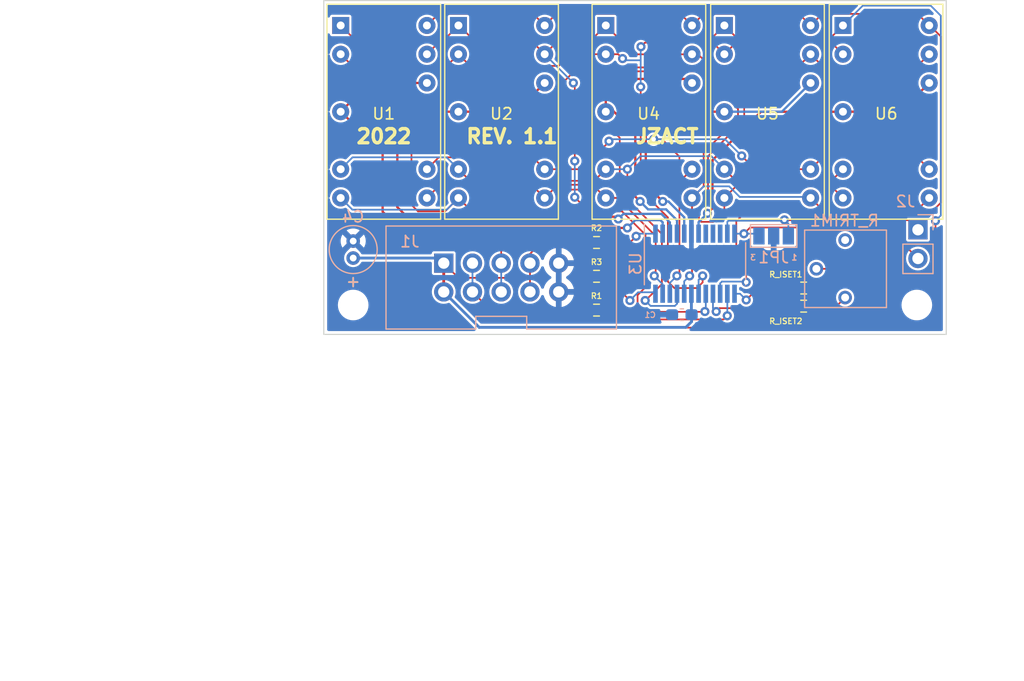
<source format=kicad_pcb>
(kicad_pcb (version 20211014) (generator pcbnew)
  (title_block (title "Display PS Board") (date "2022-07-30") (rev "1.1") (company "Zachary Tigchelaar"))
  (layers (0 "F.Cu" signal) (31 "B.Cu" signal) (34 "B.Paste" user) (35 "F.Paste" user) (36 "B.SilkS" user "B.Silkscreen") (37 "F.SilkS" user "F.Silkscreen") (38 "B.Mask" user) (39 "F.Mask" user) (44 "Edge.Cuts" user))
  (net 0 "")
  (net 1 "/A")
  (net 2 "/F")
  (net 3 "/V_1")
  (net 4 "/DP")
  (net 5 "GND")
  (net 6 "/E")
  (net 7 "/D")
  (net 8 "+5VD")
  (net 9 "/C")
  (net 10 "/G")
  (net 11 "/B")
  (net 12 "/V_2")
  (net 13 "Net-(J1-Pad7)")
  (net 14 "/A_3")
  (net 15 "/A_2")
  (net 16 "/A_1")
  (net 19 "Net-(J1-Pad5)")
  (net 20 "Net-(J1-Pad3)")
  (net 21 "Net-(R_ISET1-Pad1)")
  (net 22 "Net-(R_ISET1-Pad2)")
  (net 25 "Net-(J2-Pad1)")
  (net 26 "Net-(J2-Pad2)")
  (footprint "Resistor_SMD:R_0603_1608Metric_Pad0.98x0.95mm_HandSolder" (layer "F.Cu") (at 122.4 75.4 180)
    (fp_text reference "R_ISET2" (at 1.575 -2.925) (layer "F.SilkS") (effects (font (size 0.5 0.5) (thickness 0.1))))
    (fp_text value "47k")
    (pad "1" smd roundrect (at -0.9125 0 180) (size 0.975 0.95) (layers "F.Cu" "F.Paste" "F.Mask") (net 21 "Net-(R_ISET1-Pad1)"))
    (pad "2" smd roundrect (at 0.9125 0 180) (size 0.975 0.95) (layers "F.Cu" "F.Paste" "F.Mask") (net 22 "Net-(R_ISET1-Pad2)"))
  )
  (footprint "MountingHole:MountingHole_2.2mm_M2" (layer "F.Cu") (at 132.4 76.9)
    (fp_text reference "M3" hide)
    (fp_text value "MountingHole_2.2mm_M2")
    (pad "" np_thru_hole circle (at 0 0) (size 2.2 2.2) (drill 2.2) (layers *.Cu *.Mask))
  )
  (footprint "Resistor_SMD:R_0603_1608Metric_Pad0.98x0.95mm_HandSolder" (layer "F.Cu") (at 122.4 77 180)
    (fp_text reference "R_ISET1" (at 1.575 2.8) (layer "F.SilkS") (effects (font (size 0.5 0.5) (thickness 0.1))))
    (fp_text value "47k")
    (pad "1" smd roundrect (at -0.9125 0 180) (size 0.975 0.95) (layers "F.Cu" "F.Paste" "F.Mask") (net 21 "Net-(R_ISET1-Pad1)"))
    (pad "2" smd roundrect (at 0.9125 0 180) (size 0.975 0.95) (layers "F.Cu" "F.Paste" "F.Mask") (net 22 "Net-(R_ISET1-Pad2)"))
  )
  (footprint "personal:MAN74A" (layer "F.Cu") (at 115.395 52.2)
    (fp_text reference "U5" (at 3.805 7.8) (layer "F.SilkS"))
    (fp_text value "MAN74A")
    (pad "1" thru_hole rect (at 0 0) (size 1.5 1.5) (drill 0.7) (layers *.Cu *.Mask) (net 2 "/F"))
    (pad "2" thru_hole circle (at 0 2.54) (size 1.5 1.5) (drill 0.7) (layers *.Cu *.Mask) (net 10 "/G"))
    (pad "4" thru_hole circle (at 0 7.62) (size 1.5 1.5) (drill 0.7) (layers *.Cu *.Mask) (net 15 "/A_2"))
    (pad "6" thru_hole circle (at 0 12.7) (size 1.5 1.5) (drill 0.7) (layers *.Cu *.Mask) (net 6 "/E"))
    (pad "7" thru_hole circle (at 0 15.24) (size 1.5 1.5) (drill 0.7) (layers *.Cu *.Mask) (net 7 "/D"))
    (pad "8" thru_hole circle (at 7.62 15.24) (size 1.5 1.5) (drill 0.7) (layers *.Cu *.Mask) (net 9 "/C"))
    (pad "9" thru_hole circle (at 7.62 12.7) (size 1.5 1.5) (drill 0.7) (layers *.Cu *.Mask) (net 4 "/DP"))
    (pad "12" thru_hole circle (at 7.62 5.08) (size 1.5 1.5) (drill 0.7) (layers *.Cu *.Mask) (net 15 "/A_2"))
    (pad "13" thru_hole circle (at 7.62 2.54) (size 1.5 1.5) (drill 0.7) (layers *.Cu *.Mask) (net 11 "/B"))
    (pad "14" thru_hole circle (at 7.62 0) (size 1.5 1.5) (drill 0.7) (layers *.Cu *.Mask) (net 1 "/A"))
  )
  (footprint "MountingHole:MountingHole_2.2mm_M2" (layer "F.Cu") (at 82.6 76.9)
    (fp_text reference "M1" hide)
    (fp_text value "MountingHole_2.2mm_M2")
    (pad "" np_thru_hole circle (at 0 0) (size 2.2 2.2) (drill 2.2) (layers *.Cu *.Mask))
  )
  (footprint "Resistor_SMD:R_0603_1608Metric_Pad0.98x0.95mm_HandSolder" (layer "F.Cu") (at 104.1 74.3625)
    (fp_text reference "R3" (at 0 -1.2625) (layer "F.SilkS") (effects (font (size 0.5 0.5) (thickness 0.1))))
    (fp_text value "4.7k")
    (pad "1" smd roundrect (at -0.9125 0) (size 0.975 0.95) (layers "F.Cu" "F.Paste" "F.Mask") (net 8 "+5VD"))
    (pad "2" smd roundrect (at 0.9125 0) (size 0.975 0.95) (layers "F.Cu" "F.Paste" "F.Mask") (net 13 "Net-(J1-Pad7)"))
  )
  (footprint "Resistor_SMD:R_0603_1608Metric_Pad0.98x0.95mm_HandSolder" (layer "F.Cu") (at 104.1 71.375)
    (fp_text reference "R2" (at 0 -1.275) (layer "F.SilkS") (effects (font (size 0.5 0.5) (thickness 0.1))))
    (fp_text value "4.7k")
    (pad "1" smd roundrect (at -0.9125 0) (size 0.975 0.95) (layers "F.Cu" "F.Paste" "F.Mask") (net 8 "+5VD"))
    (pad "2" smd roundrect (at 0.9125 0) (size 0.975 0.95) (layers "F.Cu" "F.Paste" "F.Mask") (net 19 "Net-(J1-Pad5)"))
  )
  (footprint "personal:MAN74A" (layer "F.Cu") (at 104.9175 52.2)
    (fp_text reference "U4" (at 3.7825 7.8) (layer "F.SilkS"))
    (fp_text value "MAN74A")
    (pad "1" thru_hole rect (at 0 0) (size 1.5 1.5) (drill 0.7) (layers *.Cu *.Mask) (net 2 "/F"))
    (pad "2" thru_hole circle (at 0 2.54) (size 1.5 1.5) (drill 0.7) (layers *.Cu *.Mask) (net 10 "/G"))
    (pad "4" thru_hole circle (at 0 7.62) (size 1.5 1.5) (drill 0.7) (layers *.Cu *.Mask) (net 16 "/A_1"))
    (pad "6" thru_hole circle (at 0 12.7) (size 1.5 1.5) (drill 0.7) (layers *.Cu *.Mask) (net 6 "/E"))
    (pad "7" thru_hole circle (at 0 15.24) (size 1.5 1.5) (drill 0.7) (layers *.Cu *.Mask) (net 7 "/D"))
    (pad "8" thru_hole circle (at 7.62 15.24) (size 1.5 1.5) (drill 0.7) (layers *.Cu *.Mask) (net 9 "/C"))
    (pad "9" thru_hole circle (at 7.62 12.7) (size 1.5 1.5) (drill 0.7) (layers *.Cu *.Mask) (net 4 "/DP"))
    (pad "12" thru_hole circle (at 7.62 5.08) (size 1.5 1.5) (drill 0.7) (layers *.Cu *.Mask) (net 16 "/A_1"))
    (pad "13" thru_hole circle (at 7.62 2.54) (size 1.5 1.5) (drill 0.7) (layers *.Cu *.Mask) (net 11 "/B"))
    (pad "14" thru_hole circle (at 7.62 0) (size 1.5 1.5) (drill 0.7) (layers *.Cu *.Mask) (net 1 "/A"))
  )
  (footprint "Resistor_SMD:R_0603_1608Metric_Pad0.98x0.95mm_HandSolder" (layer "F.Cu") (at 104.1 77.35)
    (fp_text reference "R1" (at 0 -1.25) (layer "F.SilkS") (effects (font (size 0.5 0.5) (thickness 0.1))))
    (fp_text value "4.7k")
    (pad "1" smd roundrect (at -0.9125 0) (size 0.975 0.95) (layers "F.Cu" "F.Paste" "F.Mask") (net 8 "+5VD"))
    (pad "2" smd roundrect (at 0.9125 0) (size 0.975 0.95) (layers "F.Cu" "F.Paste" "F.Mask") (net 20 "Net-(J1-Pad3)"))
  )
  (footprint "personal:MAN74A" (layer "F.Cu") (at 125.8725 52.2)
    (fp_text reference "U6" (at 3.8275 7.8) (layer "F.SilkS"))
    (fp_text value "MAN74A")
    (pad "1" thru_hole rect (at 0 0) (size 1.5 1.5) (drill 0.7) (layers *.Cu *.Mask) (net 2 "/F"))
    (pad "2" thru_hole circle (at 0 2.54) (size 1.5 1.5) (drill 0.7) (layers *.Cu *.Mask) (net 10 "/G"))
    (pad "4" thru_hole circle (at 0 7.62) (size 1.5 1.5) (drill 0.7) (layers *.Cu *.Mask) (net 14 "/A_3"))
    (pad "6" thru_hole circle (at 0 12.7) (size 1.5 1.5) (drill 0.7) (layers *.Cu *.Mask) (net 6 "/E"))
    (pad "7" thru_hole circle (at 0 15.24) (size 1.5 1.5) (drill 0.7) (layers *.Cu *.Mask) (net 7 "/D"))
    (pad "8" thru_hole circle (at 7.62 15.24) (size 1.5 1.5) (drill 0.7) (layers *.Cu *.Mask) (net 9 "/C"))
    (pad "9" thru_hole circle (at 7.62 12.7) (size 1.5 1.5) (drill 0.7) (layers *.Cu *.Mask) (net 4 "/DP"))
    (pad "12" thru_hole circle (at 7.62 5.08) (size 1.5 1.5) (drill 0.7) (layers *.Cu *.Mask) (net 14 "/A_3"))
    (pad "13" thru_hole circle (at 7.62 2.54) (size 1.5 1.5) (drill 0.7) (layers *.Cu *.Mask) (net 11 "/B"))
    (pad "14" thru_hole circle (at 7.62 0) (size 1.5 1.5) (drill 0.7) (layers *.Cu *.Mask) (net 1 "/A"))
  )
  (footprint "personal:display_cutout" (layer "F.Cu") (at 55.5 109.875)
    (fp_text reference "M4" hide)
    (fp_text value "display_cutout")
  )
  (footprint "personal:MAN74A" (layer "F.Cu") (at 91.9 52.2)
    (fp_text reference "U2" (at 3.8 7.8) (layer "F.SilkS"))
    (fp_text value "MAN74A")
    (pad "1" thru_hole rect (at 0 0) (size 1.5 1.5) (drill 0.7) (layers *.Cu *.Mask) (net 2 "/F"))
    (pad "2" thru_hole circle (at 0 2.54) (size 1.5 1.5) (drill 0.7) (layers *.Cu *.Mask) (net 10 "/G"))
    (pad "4" thru_hole circle (at 0 7.62) (size 1.5 1.5) (drill 0.7) (layers *.Cu *.Mask) (net 12 "/V_2"))
    (pad "6" thru_hole circle (at 0 12.7) (size 1.5 1.5) (drill 0.7) (layers *.Cu *.Mask) (net 6 "/E"))
    (pad "7" thru_hole circle (at 0 15.24) (size 1.5 1.5) (drill 0.7) (layers *.Cu *.Mask) (net 7 "/D"))
    (pad "8" thru_hole circle (at 7.62 15.24) (size 1.5 1.5) (drill 0.7) (layers *.Cu *.Mask) (net 9 "/C"))
    (pad "9" thru_hole circle (at 7.62 12.7) (size 1.5 1.5) (drill 0.7) (layers *.Cu *.Mask) (net 4 "/DP"))
    (pad "12" thru_hole circle (at 7.62 5.08) (size 1.5 1.5) (drill 0.7) (layers *.Cu *.Mask) (net 12 "/V_2"))
    (pad "13" thru_hole circle (at 7.62 2.54) (size 1.5 1.5) (drill 0.7) (layers *.Cu *.Mask) (net 11 "/B"))
    (pad "14" thru_hole circle (at 7.62 0) (size 1.5 1.5) (drill 0.7) (layers *.Cu *.Mask) (net 1 "/A"))
  )
  (footprint "personal:MAN74A" (layer "F.Cu") (at 81.495 52.2)
    (fp_text reference "U1" (at 3.805 7.8) (layer "F.SilkS"))
    (fp_text value "MAN74A")
    (pad "1" thru_hole rect (at 0 0) (size 1.5 1.5) (drill 0.7) (layers *.Cu *.Mask) (net 2 "/F"))
    (pad "2" thru_hole circle (at 0 2.54) (size 1.5 1.5) (drill 0.7) (layers *.Cu *.Mask) (net 10 "/G"))
    (pad "4" thru_hole circle (at 0 7.62) (size 1.5 1.5) (drill 0.7) (layers *.Cu *.Mask) (net 3 "/V_1"))
    (pad "6" thru_hole circle (at 0 12.7) (size 1.5 1.5) (drill 0.7) (layers *.Cu *.Mask) (net 6 "/E"))
    (pad "7" thru_hole circle (at 0 15.24) (size 1.5 1.5) (drill 0.7) (layers *.Cu *.Mask) (net 7 "/D"))
    (pad "8" thru_hole circle (at 7.62 15.24) (size 1.5 1.5) (drill 0.7) (layers *.Cu *.Mask) (net 9 "/C"))
    (pad "9" thru_hole circle (at 7.62 12.7) (size 1.5 1.5) (drill 0.7) (layers *.Cu *.Mask) (net 4 "/DP"))
    (pad "12" thru_hole circle (at 7.62 5.08) (size 1.5 1.5) (drill 0.7) (layers *.Cu *.Mask) (net 3 "/V_1"))
    (pad "13" thru_hole circle (at 7.62 2.54) (size 1.5 1.5) (drill 0.7) (layers *.Cu *.Mask) (net 11 "/B"))
    (pad "14" thru_hole circle (at 7.62 0) (size 1.5 1.5) (drill 0.7) (layers *.Cu *.Mask) (net 1 "/A"))
  )
  (footprint "Package_SO:QSOP-24_3.9x8.7mm_P0.635mm" (layer "B.Cu") (at 112.8 73.25 -90)
    (fp_text reference "U3" (at 0 5.25 90) (layer "B.SilkS") (effects (justify mirror)))
    (fp_text value "AS1115-BSST")
    (pad "1" smd rect (at -2.6543 3.4925 270) (size 1.6 0.41) (layers "B.Cu" "B.Paste" "B.Mask") (net 19 "Net-(J1-Pad5)"))
    (pad "2" smd rect (at -2.6543 2.8575 270) (size 1.6 0.41) (layers "B.Cu" "B.Paste" "B.Mask") (net 3 "/V_1"))
    (pad "3" smd rect (at -2.6543 2.2225 270) (size 1.6 0.41) (layers "B.Cu" "B.Paste" "B.Mask") (net 12 "/V_2"))
    (pad "4" smd rect (at -2.6543 1.5875 270) (size 1.6 0.41) (layers "B.Cu" "B.Paste" "B.Mask") (net 16 "/A_1"))
    (pad "5" smd rect (at -2.6543 0.9525 270) (size 1.6 0.41) (layers "B.Cu" "B.Paste" "B.Mask") (net 15 "/A_2"))
    (pad "6" smd rect (at -2.6543 0.3175 270) (size 1.6 0.41) (layers "B.Cu" "B.Paste" "B.Mask") (net 5 "GND"))
    (pad "7" smd rect (at -2.6543 -0.3175 270) (size 1.6 0.41) (layers "B.Cu" "B.Paste" "B.Mask") (net 14 "/A_3"))
    (pad "8" smd rect (at -2.6543 -0.9525 270) (size 1.6 0.41) (layers "B.Cu" "B.Paste" "B.Mask"))
    (pad "9" smd rect (at -2.6543 -1.5875 270) (size 1.6 0.41) (layers "B.Cu" "B.Paste" "B.Mask"))
    (pad "10" smd rect (at -2.6543 -2.2225 270) (size 1.6 0.41) (layers "B.Cu" "B.Paste" "B.Mask"))
    (pad "11" smd rect (at -2.6543 -2.8575 270) (size 1.6 0.41) (layers "B.Cu" "B.Paste" "B.Mask") (net 25 "Net-(J2-Pad1)"))
    (pad "12" smd rect (at -2.6543 -3.4925 270) (size 1.6 0.41) (layers "B.Cu" "B.Paste" "B.Mask") (net 26 "Net-(J2-Pad2)"))
    (pad "13" smd rect (at 2.6543 -3.4925 270) (size 1.6 0.41) (layers "B.Cu" "B.Paste" "B.Mask") (net 22 "Net-(R_ISET1-Pad2)"))
    (pad "14" smd rect (at 2.6543 -2.8575 270) (size 1.6 0.41) (layers "B.Cu" "B.Paste" "B.Mask") (net 20 "Net-(J1-Pad3)"))
    (pad "15" smd rect (at 2.6543 -2.2225 270) (size 1.6 0.41) (layers "B.Cu" "B.Paste" "B.Mask") (net 1 "/A"))
    (pad "16" smd rect (at 2.6543 -1.5875 270) (size 1.6 0.41) (layers "B.Cu" "B.Paste" "B.Mask") (net 2 "/F"))
    (pad "17" smd rect (at 2.6543 -0.9525 270) (size 1.6 0.41) (layers "B.Cu" "B.Paste" "B.Mask") (net 11 "/B"))
    (pad "18" smd rect (at 2.6543 -0.3175 270) (size 1.6 0.41) (layers "B.Cu" "B.Paste" "B.Mask") (net 10 "/G"))
    (pad "19" smd rect (at 2.6543 0.3175 270) (size 1.6 0.41) (layers "B.Cu" "B.Paste" "B.Mask") (net 8 "+5VD"))
    (pad "20" smd rect (at 2.6543 0.9525 270) (size 1.6 0.41) (layers "B.Cu" "B.Paste" "B.Mask") (net 9 "/C"))
    (pad "21" smd rect (at 2.6543 1.5875 270) (size 1.6 0.41) (layers "B.Cu" "B.Paste" "B.Mask") (net 6 "/E"))
    (pad "22" smd rect (at 2.6543 2.2225 270) (size 1.6 0.41) (layers "B.Cu" "B.Paste" "B.Mask") (net 4 "/DP"))
    (pad "23" smd rect (at 2.6543 2.8575 270) (size 1.6 0.41) (layers "B.Cu" "B.Paste" "B.Mask") (net 7 "/D"))
    (pad "24" smd rect (at 2.6543 3.4925 270) (size 1.6 0.41) (layers "B.Cu" "B.Paste" "B.Mask") (net 13 "Net-(J1-Pad7)"))
  )
  (footprint "Capacitor_SMD:C_0603_1608Metric_Pad1.08x0.95mm_HandSolder" (layer "B.Cu") (at 111.6375 77.75)
    (fp_text reference "C1" (at -2.8 0.025) (layer "B.SilkS") (effects (font (size 0.5 0.5) (thickness 0.1)) (justify mirror)))
    (fp_text value "100nF")
    (pad "1" smd roundrect (at -0.8625 0) (size 1.075 0.95) (layers "B.Cu" "B.Paste" "B.Mask") (net 5 "GND"))
    (pad "2" smd roundrect (at 0.8625 0) (size 1.075 0.95) (layers "B.Cu" "B.Paste" "B.Mask") (net 8 "+5VD"))
  )
  (footprint "Capacitor_THT:C_Radial_D4.0mm_H5.0mm_P1.50mm" (layer "B.Cu") (at 82.6 72.75 90)
    (fp_text reference "C4" (at 3.65 0 180) (layer "B.SilkS") (effects (justify mirror)))
    (fp_text value "10uF")
    (pad "1" thru_hole circle (at 0 0 90) (size 1.2 1.2) (drill 0.6) (layers *.Cu *.Mask) (net 8 "+5VD"))
    (pad "2" thru_hole circle (at 1.5 0 90) (size 1.2 1.2) (drill 0.6) (layers *.Cu *.Mask) (net 5 "GND"))
  )
  (footprint "Jumper:SolderJumper-3_P1.3mm_Open_Pad1.0x1.5mm_NumberLabels" (layer "B.Cu") (at 119.75 70.8 180)
    (fp_text reference "JP1" (at 0 -1.9) (layer "B.SilkS") (effects (justify mirror)))
    (fp_text value "SolderJumper_3_Bridged123")
    (fp_text user "3" (at 1.825 -1.9) (layer "B.SilkS") (effects (font (size 0.5 0.5) (thickness 0.1)) (justify mirror)))
    (fp_text user "1" (at -1.825 -1.9) (layer "B.SilkS") (effects (font (size 0.5 0.5) (thickness 0.125)) (justify mirror)))
    (pad "1" smd rect (at -1.3 0 180) (size 1 1.5) (layers "B.Cu" "B.Mask") (net 25 "Net-(J2-Pad1)"))
    (pad "2" smd rect (at 0 0 180) (size 1 1.5) (layers "B.Cu" "B.Mask") (net 5 "GND"))
    (pad "3" smd rect (at 1.3 0 180) (size 1 1.5) (layers "B.Cu" "B.Mask") (net 26 "Net-(J2-Pad2)"))
  )
  (footprint "Connector_PinHeader_2.54mm:PinHeader_1x02_P2.54mm_Vertical" (layer "B.Cu") (at 132.5 70.25 180)
    (fp_text reference "J2" (at 1.1 2.5) (layer "B.SilkS") (effects (justify mirror)))
    (fp_text value "Conn_01x02_Male")
    (pad "1" thru_hole rect (at 0 0 180) (size 1.7 1.7) (drill 1) (layers *.Cu *.Mask) (net 25 "Net-(J2-Pad1)"))
    (pad "2" thru_hole oval (at 0 -2.54 180) (size 1.7 1.7) (drill 1) (layers *.Cu *.Mask) (net 26 "Net-(J2-Pad2)"))
  )
  (footprint "personal:Potentiometer_Bourns_3362P_Vertical" (layer "B.Cu") (at 126.065 76.24 180)
    (fp_text reference "R_TRIM1" (at 0.065 6.79) (layer "B.SilkS") (effects (justify mirror)))
    (fp_text value "10k")
    (pad "1" thru_hole circle (at 0 0 180) (size 1.2 1.2) (drill 0.7) (layers *.Cu *.Mask) (net 21 "Net-(R_ISET1-Pad1)"))
    (pad "2" thru_hole circle (at 2.54 2.54 180) (size 1.2 1.2) (drill 0.7) (layers *.Cu *.Mask) (net 8 "+5VD"))
    (pad "3" thru_hole circle (at 0 5.08 180) (size 1.2 1.2) (drill 0.7) (layers *.Cu *.Mask))
  )
  (footprint "personal:DISPIO10" (layer "B.Cu") (at 90.6 73.2 -90)
    (fp_text reference "J1" (at -1.9 3) (layer "B.SilkS") (effects (justify mirror)))
    (fp_text value "Conn")
    (pad "1" thru_hole rect (at 0 0 270) (size 1.7 1.7) (drill 1) (layers *.Cu *.Mask) (net 8 "+5VD"))
    (pad "2" thru_hole oval (at 2.54 0 270) (size 1.7 1.7) (drill 1) (layers *.Cu *.Mask) (net 8 "+5VD"))
    (pad "3" thru_hole oval (at 0 -2.54 270) (size 1.7 1.7) (drill 1) (layers *.Cu *.Mask) (net 20 "Net-(J1-Pad3)"))
    (pad "4" thru_hole oval (at 2.54 -2.54 270) (size 1.7 1.7) (drill 1) (layers *.Cu *.Mask) (net 20 "Net-(J1-Pad3)"))
    (pad "5" thru_hole oval (at 0 -5.08 270) (size 1.7 1.7) (drill 1) (layers *.Cu *.Mask) (net 19 "Net-(J1-Pad5)"))
    (pad "6" thru_hole oval (at 2.54 -5.08 270) (size 1.7 1.7) (drill 1) (layers *.Cu *.Mask) (net 19 "Net-(J1-Pad5)"))
    (pad "7" thru_hole oval (at 0 -7.62 270) (size 1.7 1.7) (drill 1) (layers *.Cu *.Mask) (net 13 "Net-(J1-Pad7)"))
    (pad "8" thru_hole oval (at 2.54 -7.62 270) (size 1.7 1.7) (drill 1) (layers *.Cu *.Mask) (net 13 "Net-(J1-Pad7)"))
    (pad "9" thru_hole oval (at 0 -10.16 270) (size 1.7 1.7) (drill 1) (layers *.Cu *.Mask) (net 5 "GND"))
    (pad "10" thru_hole oval (at 2.54 -10.16 270) (size 1.7 1.7) (drill 1) (layers *.Cu *.Mask) (net 5 "GND"))
  )
  (gr_rect (start 80 50) (end 135 79.5) (layer "Edge.Cuts") (width 0.1) (fill none))
  (gr_text "+" (at 82.6 74.8) (layer "B.SilkS") (effects (font (size 1 1))))
  (gr_text "2022	REV. 1.1	JZACT" (at 98 62) (layer "F.SilkS") (effects (font (size 1.25 1.25) (thickness 0.3))))
  (gr_text "+" (at 82.6 74.8) (layer "F.SilkS") (effects (font (size 1 1))))
  (segment (start 123.655704 68.575) (end 124.005704 68.925) (width 0.15) (layer "F.Cu") (net 1))
  (segment (start 116.45 69.5) (end 117.375 68.575) (width 0.15) (layer "F.Cu") (net 1))
  (segment (start 113.562011 51.175489) (end 121.990489 51.175489) (width 0.15) (layer "F.Cu") (net 1))
  (segment (start 98.495489 51.175489) (end 99.52 52.2) (width 0.15) (layer "F.Cu") (net 1))
  (segment (start 111.512989 51.175489) (end 112.5375 52.2) (width 0.15) (layer "F.Cu") (net 1))
  (segment (start 132.467989 51.175489) (end 124.039511 51.175489) (width 0.15) (layer "F.Cu") (net 1))
  (segment (start 134.517011 67.864367) (end 134.517011 53.167011) (width 0.15) (layer "F.Cu") (net 1))
  (segment (start 117.325 74.884067) (end 117.325 72.875) (width 0.15) (layer "F.Cu") (net 1))
  (segment (start 133.4925 52.2) (end 132.467989 51.175489) (width 0.15) (layer "F.Cu") (net 1))
  (segment (start 90.139511 51.175489) (end 98.495489 51.175489) (width 0.15) (layer "F.Cu") (net 1))
  (segment (start 133.55 52.2) (end 133.4925 52.2) (width 0.15) (layer "F.Cu") (net 1))
  (segment (start 112.5375 52.2) (end 113.562011 51.175489) (width 0.15) (layer "F.Cu") (net 1))
  (segment (start 99.52 52.2) (end 100.544511 51.175489) (width 0.15) (layer "F.Cu") (net 1))
  (segment (start 134.517011 53.167011) (end 133.55 52.2) (width 0.15) (layer "F.Cu") (net 1))
  (segment (start 121.990489 51.175489) (end 123.015 52.2) (width 0.15) (layer "F.Cu") (net 1))
  (segment (start 117.375 68.575) (end 123.655704 68.575) (width 0.15) (layer "F.Cu") (net 1))
  (segment (start 124.005704 68.925) (end 133.456378 68.925) (width 0.15) (layer "F.Cu") (net 1))
  (segment (start 100.544511 51.175489) (end 111.512989 51.175489) (width 0.15) (layer "F.Cu") (net 1))
  (segment (start 89.115 52.2) (end 90.139511 51.175489) (width 0.15) (layer "F.Cu") (net 1))
  (segment (start 117.325 72.875) (end 116.45 72) (width 0.15) (layer "F.Cu") (net 1))
  (segment (start 116.45 72) (end 116.45 69.5) (width 0.15) (layer "F.Cu") (net 1))
  (segment (start 133.456378 68.925) (end 134.517011 67.864367) (width 0.15) (layer "F.Cu") (net 1))
  (segment (start 124.039511 51.175489) (end 123.015 52.2) (width 0.15) (layer "F.Cu") (net 1))
  (via (at 117.325 74.884067) (size 0.8) (drill 0.4) (layers "F.Cu" "B.Cu") (net 1))
  (segment (start 115.177989 74.829789) (end 115.0225 74.985278) (width 0.15) (layer "B.Cu") (net 1))
  (segment (start 115.0225 74.985278) (end 115.0225 75.9043) (width 0.15) (layer "B.Cu") (net 1))
  (segment (start 117.236252 74.829789) (end 115.177989 74.829789) (width 0.15) (layer "B.Cu") (net 1))
  (segment (start 117.29053 74.884067) (end 117.236252 74.829789) (width 0.15) (layer "B.Cu") (net 1))
  (segment (start 82.519511 53.224511) (end 81.495 52.2) (width 0.15) (layer "F.Cu") (net 2))
  (segment (start 125.8725 52.2) (end 124.847989 53.224511) (width 0.15) (layer "F.Cu") (net 2))
  (segment (start 91.95 52.2) (end 92.974511 53.224511) (width 0.15) (layer "F.Cu") (net 2))
  (segment (start 91.9 52.2) (end 90.875489 53.224511) (width 0.15) (layer "F.Cu") (net 2))
  (segment (start 134.05 73.85) (end 134.05 69.45) (width 0.15) (layer "F.Cu") (net 2))
  (segment (start 104.9175 52.2) (end 105.9675 53.25) (width 0.15) (layer "F.Cu") (net 2))
  (segment (start 92.974511 53.224511) (end 103.892989 53.224511) (width 0.15) (layer "F.Cu") (net 2))
  (segment (start 119.85 77.175) (end 120.55 77.875) (width 0.15) (layer "F.Cu") (net 2))
  (segment (start 129.2 74.2) (end 133.7 74.2) (width 0.15) (layer "F.Cu") (net 2))
  (segment (start 124.847989 53.224511) (end 116.419511 53.224511) (width 0.15) (layer "F.Cu") (net 2))
  (segment (start 116.419511 53.224511) (end 115.395 52.2) (width 0.15) (layer "F.Cu") (net 2))
  (segment (start 90.875489 53.224511) (end 82.519511 53.224511) (width 0.15) (layer "F.Cu") (net 2))
  (segment (start 91.9 52.2) (end 91.95 52.2) (width 0.15) (layer "F.Cu") (net 2))
  (segment (start 122.4 73.4) (end 123 72.8) (width 0.15) (layer "F.Cu") (net 2))
  (segment (start 114.975 77.175) (end 119.85 77.175) (width 0.15) (layer "F.Cu") (net 2))
  (segment (start 114.675 77.475) (end 114.975 77.175) (width 0.15) (layer "F.Cu") (net 2))
  (segment (start 122.025 77.875) (end 122.4 77.5) (width 0.15) (layer "F.Cu") (net 2))
  (segment (start 105.9675 53.25) (end 114.345 53.25) (width 0.15) (layer "F.Cu") (net 2))
  (segment (start 123 72.8) (end 127.8 72.8) (width 0.15) (layer "F.Cu") (net 2))
  (segment (start 114.345 53.25) (end 115.395 52.2) (width 0.15) (layer "F.Cu") (net 2))
  (segment (start 120.55 77.875) (end 122.025 77.875) (width 0.15) (layer "F.Cu") (net 2))
  (segment (start 103.892989 53.224511) (end 104.9175 52.2) (width 0.15) (layer "F.Cu") (net 2))
  (segment (start 127.8 72.8) (end 129.2 74.2) (width 0.15) (layer "F.Cu") (net 2))
  (segment (start 133.7 74.2) (end 134.05 73.85) (width 0.15) (layer "F.Cu") (net 2))
  (segment (start 122.4 77.5) (end 122.4 73.4) (width 0.15) (layer "F.Cu") (net 2))
  (via (at 134.05 69.45) (size 0.8) (drill 0.4) (layers "F.Cu" "B.Cu") (net 2))
  (via (at 114.675 77.475) (size 0.8) (drill 0.4) (layers "F.Cu" "B.Cu") (net 2))
  (segment (start 133.625 50.45) (end 127.6225 50.45) (width 0.15) (layer "B.Cu") (net 2))
  (segment (start 127.6225 50.45) (end 125.8725 52.2) (width 0.15) (layer "B.Cu") (net 2))
  (segment (start 114.3875 77.1875) (end 114.3875 75.9043) (width 0.15) (layer "B.Cu") (net 2))
  (segment (start 134.517011 51.342011) (end 133.625 50.45) (width 0.15) (layer "B.Cu") (net 2))
  (segment (start 134.05 69.45) (end 134.517011 68.982989) (width 0.15) (layer "B.Cu") (net 2))
  (segment (start 134.517011 68.982989) (end 134.517011 51.342011) (width 0.15) (layer "B.Cu") (net 2))
  (segment (start 114.675 77.475) (end 114.3875 77.1875) (width 0.15) (layer "B.Cu") (net 2))
  (segment (start 85.2 63.5) (end 81.52 59.82) (width 0.2) (layer "F.Cu") (net 3))
  (segment (start 81.52 59.82) (end 81.495 59.82) (width 0.2) (layer "F.Cu") (net 3))
  (segment (start 81.495 59.82) (end 84.035 57.28) (width 0.2) (layer "F.Cu") (net 3))
  (segment (start 106.825 70.090372) (end 86.640372 70.090372) (width 0.2) (layer "F.Cu") (net 3))
  (segment (start 86.640372 70.090372) (end 85.2 68.65) (width 0.2) (layer "F.Cu") (net 3))
  (segment (start 85.2 68.65) (end 85.2 63.5) (width 0.2) (layer "F.Cu") (net 3))
  (segment (start 84.035 57.28) (end 89.115 57.28) (width 0.2) (layer "F.Cu") (net 3))
  (via (at 106.825 70.090372) (size 0.8) (drill 0.4) (layers "F.Cu" "B.Cu") (net 3))
  (segment (start 106.825 70.090372) (end 107.515372 69.4) (width 0.2) (layer "B.Cu") (net 3))
  (segment (start 109.7468 69.4) (end 109.9425 69.5957) (width 0.2) (layer "B.Cu") (net 3))
  (segment (start 109.9425 69.5957) (end 109.9425 70.5957) (width 0.2) (layer "B.Cu") (net 3))
  (segment (start 107.515372 69.4) (end 109.7468 69.4) (width 0.2) (layer "B.Cu") (net 3))
  (segment (start 116.925 63.725) (end 118.1 64.9) (width 0.15) (layer "F.Cu") (net 4))
  (segment (start 90.165 63.85) (end 89.115 64.9) (width 0.15) (layer "F.Cu") (net 4))
  (segment (start 133.4925 64.9) (end 132.467989 63.875489) (width 0.15) (layer "F.Cu") (net 4))
  (segment (start 111.425 74.1) (end 111.425 66.0125) (width 0.15) (layer "F.Cu") (net 4))
  (segment (start 98.47 63.85) (end 90.165 63.85) (width 0.15) (layer "F.Cu") (net 4))
  (segment (start 105.2 62.475) (end 102.775 64.9) (width 0.15) (layer "F.Cu") (net 4))
  (segment (start 109.15 62.25) (end 109.8875 62.25) (width 0.15) (layer "F.Cu") (net 4))
  (segment (start 111.425 66.0125) (end 111.425 63.7875) (width 0.15) (layer "F.Cu") (net 4))
  (segment (start 118.1 64.9) (end 123.015 64.9) (width 0.15) (layer "F.Cu") (net 4))
  (segment (start 99.52 64.9) (end 98.47 63.85) (width 0.15) (layer "F.Cu") (net 4))
  (segment (start 102.775 64.9) (end 99.52 64.9) (width 0.15) (layer "F.Cu") (net 4))
  (segment (start 132.467989 63.875489) (end 124.039511 63.875489) (width 0.15) (layer "F.Cu") (net 4))
  (segment (start 105.2 62.425) (end 105.2 62.475) (width 0.15) (layer "F.Cu") (net 4))
  (segment (start 111.425 66.0125) (end 112.5375 64.9) (width 0.15) (layer "F.Cu") (net 4))
  (segment (start 111.425 63.7875) (end 109.8875 62.25) (width 0.15) (layer "F.Cu") (net 4))
  (segment (start 124.039511 63.875489) (end 123.015 64.9) (width 0.15) (layer "F.Cu") (net 4))
  (segment (start 111.2 74.325) (end 111.425 74.1) (width 0.15) (layer "F.Cu") (net 4))
  (via (at 116.925 63.725) (size 0.8) (drill 0.4) (layers "F.Cu" "B.Cu") (net 4))
  (via (at 105.2 62.425) (size 0.8) (drill 0.4) (layers "F.Cu" "B.Cu") (net 4))
  (via (at 109.15 62.25) (size 0.8) (drill 0.4) (layers "F.Cu" "B.Cu") (net 4))
  (via (at 111.2 74.325) (size 0.8) (drill 0.4) (layers "F.Cu" "B.Cu") (net 4))
  (segment (start 105.2 62.425) (end 105.375 62.25) (width 0.15) (layer "B.Cu") (net 4))
  (segment (start 115.45 62.25) (end 109.15 62.25) (width 0.15) (layer "B.Cu") (net 4))
  (segment (start 116.925 63.725) (end 115.45 62.25) (width 0.15) (layer "B.Cu") (net 4))
  (segment (start 110.5775 74.9475) (end 110.5775 75.9043) (width 0.15) (layer "B.Cu") (net 4))
  (segment (start 111.2 74.325) (end 110.5775 74.9475) (width 0.15) (layer "B.Cu") (net 4))
  (segment (start 105.375 62.25) (end 109.15 62.25) (width 0.15) (layer "B.Cu") (net 4))
  (segment (start 92.924511 65.924511) (end 101.549511 65.924511) (width 0.15) (layer "F.Cu") (net 6))
  (segment (start 109.875 75.05) (end 109.875 70.625) (width 0.15) (layer "F.Cu") (net 6))
  (segment (start 108.4 76.499989) (end 108.425011 76.499989) (width 0.15) (layer "F.Cu") (net 6))
  (segment (start 124.847989 65.924511) (end 125.8725 64.9) (width 0.15) (layer "F.Cu") (net 6))
  (segment (start 91.9 64.9) (end 92.924511 65.924511) (width 0.15) (layer "F.Cu") (net 6))
  (segment (start 115.395 64.9) (end 116.419511 65.924511) (width 0.15) (layer "F.Cu") (net 6))
  (segment (start 101.55 65.925) (end 103.8925 65.925) (width 0.15) (layer "F.Cu") (net 6))
  (segment (start 103.8925 65.925) (end 104.9175 64.9) (width 0.15) (layer "F.Cu") (net 6))
  (segment (start 109.875 70.625) (end 106.8245 67.5745) (width 0.15) (layer "F.Cu") (net 6))
  (segment (start 116.419511 65.924511) (end 124.847989 65.924511) (width 0.15) (layer "F.Cu") (net 6))
  (segment (start 101.549511 65.924511) (end 101.55 65.925) (width 0.15) (layer "F.Cu") (net 6))
  (segment (start 108.425011 76.499989) (end 109.875 75.05) (width 0.15) (layer "F.Cu") (net 6))
  (segment (start 106.8245 67.5745) (end 106.8245 64.9) (width 0.15) (layer "F.Cu") (net 6))
  (via (at 108.4 76.5) (size 0.8) (drill 0.4) (layers "F.Cu" "B.Cu") (net 6))
  (via (at 106.8245 64.9) (size 0.8) (drill 0.4) (layers "F.Cu" "B.Cu") (net 6))
  (segment (start 114.245 63.75) (end 115.395 64.9) (width 0.15) (layer "B.Cu") (net 6))
  (segment (start 106.8245 64.9) (end 107.9745 63.75) (width 0.15) (layer "B.Cu") (net 6))
  (segment (start 104.9175 64.9) (end 106.8245 64.9) (width 0.15) (layer "B.Cu") (net 6))
  (segment (start 107.9745 63.75) (end 114.245 63.75) (width 0.15) (layer "B.Cu") (net 6))
  (segment (start 91.9 64.9) (end 90.85 63.85) (width 0.15) (layer "B.Cu") (net 6))
  (segment (start 111.2125 76.7875) (end 111.2125 75.9043) (width 0.15) (layer "B.Cu") (net 6))
  (segment (start 90.85 63.85) (end 82.545 63.85) (width 0.15) (layer "B.Cu") (net 6))
  (segment (start 82.545 63.85) (end 81.495 64.9) (width 0.15) (layer "B.Cu") (net 6))
  (segment (start 108.878811 76.978811) (end 111.021189 76.978811) (width 0.15) (layer "B.Cu") (net 6))
  (segment (start 108.4 76.5) (end 108.878811 76.978811) (width 0.15) (layer "B.Cu") (net 6))
  (segment (start 111.021189 76.978811) (end 111.2125 76.7875) (width 0.15) (layer "B.Cu") (net 6))
  (segment (start 104.9175 67.44) (end 104.1775 66.7) (width 0.15) (layer "F.Cu") (net 7))
  (segment (start 113.15 69.35) (end 113.15 68.5) (width 0.15) (layer "F.Cu") (net 7))
  (segment (start 105.965 67.44) (end 104.9175 67.44) (width 0.15) (layer "F.Cu") (net 7))
  (segment (start 124.8325 66.4) (end 125.8725 67.44) (width 0.15) (layer "F.Cu") (net 7))
  (segment (start 115.395 67.44) (end 115.395 68.555) (width 0.15) (layer "F.Cu") (net 7))
  (segment (start 113.95 67.7) (end 113.95 63.75) (width 0.15) (layer "F.Cu") (net 7))
  (segment (start 113.15 68.5) (end 113.95 67.7) (width 0.15) (layer "F.Cu") (net 7))
  (segment (start 117.15 60.55) (end 117.15 59.425) (width 0.15) (layer "F.Cu") (net 7))
  (segment (start 102.46903 55.90597) (end 97.375 61) (width 0.15) (layer "F.Cu") (net 7))
  (segment (start 97.375 61) (end 90.25 61) (width 0.15) (layer "F.Cu") (net 7))
  (segment (start 109.324031 74.201469) (end 109.324031 70.799031) (width 0.15) (layer "F.Cu") (net 7))
  (segment (start 109.2005 74.325) (end 109.324031 74.201469) (width 0.15) (layer "F.Cu") (net 7))
  (segment (start 90.71452 68.62548) (end 91.9 67.44) (width 0.15) (layer "F.Cu") (net 7))
  (segment (start 88.32548 68.62548) (end 90.71452 68.62548) (width 0.15) (layer "F.Cu") (net 7))
  (segment (start 113.35 69.55) (end 113.15 69.35) (width 0.15) (layer "F.Cu") (net 7))
  (segment (start 117.15 59.425) (end 113.63097 55.90597) (width 0.15) (layer "F.Cu") (net 7))
  (segment (start 116.435 66.4) (end 124.8325 66.4) (width 0.15) (layer "F.Cu") (net 7))
  (segment (start 99.875 68.625) (end 93.085 68.625) (width 0.15) (layer "F.Cu") (net 7))
  (segment (start 114.4 69.55) (end 113.35 69.55) (width 0.15) (layer "F.Cu") (net 7))
  (segment (start 101.8 66.7) (end 99.875 68.625) (width 0.15) (layer "F.Cu") (net 7))
  (segment (start 87.75 63.5) (end 87.75 68.05) (width 0.15) (layer "F.Cu") (net 7))
  (segment (start 104.1775 66.7) (end 101.8 66.7) (width 0.15) (layer "F.Cu") (net 7))
  (segment (start 115.395 67.44) (end 116.435 66.4) (width 0.15) (layer "F.Cu") (net 7))
  (segment (start 87.75 68.05) (end 88.32548 68.62548) (width 0.15) (layer "F.Cu") (net 7))
  (segment (start 115.395 68.555) (end 114.4 69.55) (width 0.15) (layer "F.Cu") (net 7))
  (segment (start 113.63097 55.90597) (end 102.46903 55.90597) (width 0.15) (layer "F.Cu") (net 7))
  (segment (start 113.95 63.75) (end 117.15 60.55) (width 0.15) (layer "F.Cu") (net 7))
  (segment (start 93.085 68.625) (end 91.9 67.44) (width 0.15) (layer "F.Cu") (net 7))
  (segment (start 90.25 61) (end 87.75 63.5) (width 0.15) (layer "F.Cu") (net 7))
  (segment (start 109.324031 70.799031) (end 105.965 67.44) (width 0.15) (layer "F.Cu") (net 7))
  (via (at 109.2005 74.325) (size 0.8) (drill 0.4) (layers "F.Cu" "B.Cu") (net 7))
  (segment (start 90.865 68.475) (end 82.53 68.475) (width 0.15) (layer "B.Cu") (net 7))
  (segment (start 91.9 67.44) (end 90.865 68.475) (width 0.15) (layer "B.Cu") (net 7))
  (segment (start 109.9425 75.067) (end 109.9425 75.9043) (width 0.15) (layer "B.Cu") (net 7))
  (segment (start 82.53 68.475) (end 81.495 67.44) (width 0.15) (layer "B.Cu") (net 7))
  (segment (start 109.2005 74.325) (end 109.9425 75.067) (width 0.15) (layer "B.Cu") (net 7))
  (segment (start 90.6 75.74) (end 90.6 73.2) (width 0.25) (layer "F.Cu") (net 8))
  (segment (start 128.2 74.5) (end 128.2 78.075) (width 0.15) (layer "F.Cu") (net 8))
  (segment (start 103.1875 71.375) (end 103.0125 71.2) (width 0.15) (layer "F.Cu") (net 8))
  (segment (start 97.55 77.35) (end 96.9 76.7) (width 0.15) (layer "F.Cu") (net 8))
  (segment (start 91.9 74.5) (end 90.6 73.2) (width 0.15) (layer "F.Cu") (net 8))
  (segment (start 97.7 71.2) (end 96.9 72) (width 0.15) (layer "F.Cu") (net 8))
  (segment (start 103.0125 71.2) (end 97.7 71.2) (width 0.15) (layer "F.Cu") (net 8))
  (segment (start 103.1875 77.35) (end 103.1875 74.3625) (width 0.15) (layer "F.Cu") (net 8))
  (segment (start 93.76 78.9) (end 90.6 75.74) (width 0.15) (layer "F.Cu") (net 8))
  (segment (start 96.9 72) (end 96.9 74) (width 0.15) (layer "F.Cu") (net 8))
  (segment (start 103.1875 77.35) (end 97.55 77.35) (width 0.15) (layer "F.Cu") (net 8))
  (segment (start 128.2 78.075) (end 127.375 78.9) (width 0.15) (layer "F.Cu") (net 8))
  (segment (start 127.4 73.7) (end 128.2 74.5) (width 0.15) (layer "F.Cu") (net 8))
  (segment (start 96.9 74) (end 96.4 74.5) (width 0.15) (layer "F.Cu") (net 8))
  (segment (start 123.525 73.7) (end 127.4 73.7) (width 0.15) (layer "F.Cu") (net 8))
  (segment (start 96.9 75) (end 96.4 74.5) (width 0.15) (layer "F.Cu") (net 8))
  (segment (start 127.375 78.9) (end 93.76 78.9) (width 0.15) (layer "F.Cu") (net 8))
  (segment (start 96.9 76.7) (end 96.9 75) (width 0.15) (layer "F.Cu") (net 8))
  (segment (start 96.4 74.5) (end 91.9 74.5) (width 0.15) (layer "F.Cu") (net 8))
  (segment (start 111.995 78.8725) (end 93.7325 78.8725) (width 0.25) (layer "B.Cu") (net 8))
  (segment (start 112.5 77.75) (end 112.5 78.3675) (width 0.25) (layer "B.Cu") (net 8))
  (segment (start 112.5 78.3675) (end 111.995 78.8725) (width 0.25) (layer "B.Cu") (net 8))
  (segment (start 93.7325 78.8725) (end 90.6 75.74) (width 0.25) (layer "B.Cu") (net 8))
  (segment (start 82.6 72.75) (end 90.15 72.75) (width 0.25) (layer "B.Cu") (net 8))
  (segment (start 112.4825 75.9043) (end 112.4825 77.7325) (width 0.25) (layer "B.Cu") (net 8))
  (segment (start 112.4825 77.7325) (end 112.5 77.75) (width 0.25) (layer "B.Cu") (net 8))
  (segment (start 90.15 72.75) (end 90.6 73.2) (width 0.25) (layer "B.Cu") (net 8))
  (segment (start 132.467989 68.464511) (end 133.4925 67.44) (width 0.15) (layer "F.Cu") (net 9))
  (segment (start 104.25 61.4) (end 103.65 60.8) (width 0.15) (layer "F.Cu") (net 9))
  (segment (start 106.15048 64.053969) (end 106.149989 64.053478) (width 0.15) (layer "F.Cu") (net 9))
  (segment (start 112.325 74.325) (end 112.5375 74.1125) (width 0.15) (layer "F.Cu") (net 9))
  (segment (start 112.5375 74.1125) (end 112.5375 67.44) (width 0.15) (layer "F.Cu") (net 9))
  (segment (start 100.685 66.275) (end 105.625 66.275) (width 0.15) (layer "F.Cu") (net 9))
  (segment (start 99.52 67.44) (end 100.685 66.275) (width 0.15) (layer "F.Cu") (net 9))
  (segment (start 105.169511 56.255489) (end 113.279367 56.255489) (width 0.15) (layer "F.Cu") (net 9))
  (segment (start 103.65 60.8) (end 103.65 57.775) (width 0.15) (layer "F.Cu") (net 9))
  (segment (start 116.6 59.576122) (end 116.6 60.4) (width 0.15) (layer "F.Cu") (net 9))
  (segment (start 106.149989 64.620607) (end 106.15048 64.620116) (width 0.15) (layer "F.Cu") (net 9))
  (segment (start 124.039511 68.464511) (end 132.467989 68.464511) (width 0.15) (layer "F.Cu") (net 9))
  (segment (start 98.495489 66.415489) (end 99.52 67.44) (width 0.15) (layer "F.Cu") (net 9))
  (segment (start 116.6 60.4) (end 113.562011 63.437989) (width 0.15) (layer "F.Cu") (net 9))
  (segment (start 113.279367 56.255489) (end 116.6 59.576122) (width 0.15) (layer "F.Cu") (net 9))
  (segment (start 123.015 67.44) (end 124.039511 68.464511) (width 0.15) (layer "F.Cu") (net 9))
  (segment (start 106.149989 62.124989) (end 105.425 61.4) (width 0.15) (layer "F.Cu") (net 9))
  (segment (start 103.65 57.775) (end 105.169511 56.255489) (width 0.15) (layer "F.Cu") (net 9))
  (segment (start 113.562011 66.415489) (end 112.5375 67.44) (width 0.15) (layer "F.Cu") (net 9))
  (segment (start 106.15048 65.74952) (end 106.15048 65.179884) (width 0.15) (layer "F.Cu") (net 9))
  (segment (start 90.139511 66.415489) (end 89.115 67.44) (width 0.15) (layer "F.Cu") (net 9))
  (segment (start 105.425 61.4) (end 104.25 61.4) (width 0.15) (layer "F.Cu") (net 9))
  (segment (start 106.149989 64.053478) (end 106.149989 62.124989) (width 0.15) (layer "F.Cu") (net 9))
  (segment (start 106.149989 65.179393) (end 106.149989 64.620607) (width 0.15) (layer "F.Cu") (net 9))
  (segment (start 98.495489 66.415489) (end 90.139511 66.415489) (width 0.15) (layer "F.Cu") (net 9))
  (segment (start 106.15048 64.620116) (end 106.15048 64.053969) (width 0.15) (layer "F.Cu") (net 9))
  (segment (start 106.15048 65.179884) (end 106.149989 65.179393) (width 0.15) (layer "F.Cu") (net 9))
  (segment (start 113.562011 63.437989) (end 113.562011 66.415489) (width 0.15) (layer "F.Cu") (net 9))
  (segment (start 105.625 66.275) (end 106.15048 65.74952) (width 0.15) (layer "F.Cu") (net 9))
  (via (at 112.325 74.325) (size 0.8) (drill 0.4) (layers "F.Cu" "B.Cu") (net 9))
  (segment (start 116.753878 67.35) (end 115.819367 66.415489) (width 0.15) (layer "B.Cu") (net 9))
  (segment (start 111.8475 74.8025) (end 111.8475 75.9043) (width 0.15) (layer "B.Cu") (net 9))
  (segment (start 115.819367 66.415489) (end 113.562011 66.415489) (width 0.15) (layer "B.Cu") (net 9))
  (segment (start 113.562011 66.415489) (end 112.5375 67.44) (width 0.15) (layer "B.Cu") (net 9))
  (segment (start 123.015 67.44) (end 122.925 67.35) (width 0.15) (layer "B.Cu") (net 9))
  (segment (start 122.925 67.35) (end 116.753878 67.35) (width 0.15) (layer "B.Cu") (net 9))
  (segment (start 112.325 74.325) (end 111.8475 74.8025) (width 0.15) (layer "B.Cu") (net 9))
  (segment (start 90.875489 55.764511) (end 91.9 54.74) (width 0.15) (layer "F.Cu") (net 10))
  (segment (start 124.847989 53.715489) (end 125.8725 54.74) (width 0.15) (layer "F.Cu") (net 10))
  (segment (start 110.975 75.4) (end 112.975 75.4) (width 0.15) (layer "F.Cu") (net 10))
  (segment (start 108 57.62354) (end 108 66.754404) (width 0.15) (layer "F.Cu") (net 10))
  (segment (start 108 66.754404) (end 110.4 69.154404) (width 0.15) (layer "F.Cu") (net 10))
  (segment (start 81.495 54.74) (end 82.519511 55.764511) (width 0.15) (layer "F.Cu") (net 10))
  (segment (start 91.9 54.74) (end 92.935 55.775) (width 0.15) (layer "F.Cu") (net 10))
  (segment (start 82.519511 55.764511) (end 90.875489 55.764511) (width 0.15) (layer "F.Cu") (net 10))
  (segment (start 108.385011 53.715489) (end 114.370489 53.715489) (width 0.15) (layer "F.Cu") (net 10))
  (segment (start 110.4 69.154404) (end 110.4 74.825) (width 0.15) (layer "F.Cu") (net 10))
  (segment (start 104.9175 54.74) (end 106.015 54.74) (width 0.15) (layer "F.Cu") (net 10))
  (segment (start 114.370489 53.715489) (end 115.395 54.74) (width 0.15) (layer "F.Cu") (net 10))
  (segment (start 115.395 54.74) (end 116.419511 53.715489) (width 0.15) (layer "F.Cu") (net 10))
  (segment (start 106.015 54.74) (end 106.4 55.125) (width 0.15) (layer "F.Cu") (net 10))
  (segment (start 112.975 75.4) (end 113.475 74.9) (width 0.15) (layer "F.Cu") (net 10))
  (segment (start 116.419511 53.715489) (end 124.847989 53.715489) (width 0.15) (layer "F.Cu") (net 10))
  (segment (start 110.4 74.825) (end 110.975 75.4) (width 0.15) (layer "F.Cu") (net 10))
  (segment (start 100.75 55.775) (end 101.785 54.74) (width 0.15) (layer "F.Cu") (net 10))
  (segment (start 92.935 55.775) (end 100.75 55.775) (width 0.15) (layer "F.Cu") (net 10))
  (segment (start 113.475 74.9) (end 113.475 74.325) (width 0.15) (layer "F.Cu") (net 10))
  (segment (start 101.785 54.74) (end 104.9175 54.74) (width 0.15) (layer "F.Cu") (net 10))
  (segment (start 108.025 54.0755) (end 108.385011 53.715489) (width 0.15) (layer "F.Cu") (net 10))
  (via (at 106.4 55.125) (size 0.8) (drill 0.4) (layers "F.Cu" "B.Cu") (net 10))
  (via (at 113.475 74.325) (size 0.8) (drill 0.4) (layers "F.Cu" "B.Cu") (net 10))
  (via (at 108.025 54.0755) (size 0.8) (drill 0.4) (layers "F.Cu" "B.Cu") (net 10))
  (via (at 108 57.62354) (size 0.8) (drill 0.4) (layers "F.Cu" "B.Cu") (net 10))
  (segment (start 108 54.1005) (end 108 55.275) (width 0.15) (layer "B.Cu") (net 10))
  (segment (start 113.425 74.375) (end 113.1175 74.6825) (width 0.15) (layer "B.Cu") (net 10))
  (segment (start 113.1175 74.6825) (end 113.1175 75.9043) (width 0.15) (layer "B.Cu") (net 10))
  (segment (start 108 55.275) (end 108 57.62354) (width 0.15) (layer "B.Cu") (net 10))
  (segment (start 108 55.275) (end 106.55 55.275) (width 0.15) (layer "B.Cu") (net 10))
  (segment (start 106.55 55.275) (end 106.4 55.125) (width 0.15) (layer "B.Cu") (net 10))
  (segment (start 113.475 74.375) (end 113.425 74.375) (width 0.15) (layer "B.Cu") (net 10))
  (segment (start 108.025 54.0755) (end 108 54.1005) (width 0.15) (layer "B.Cu") (net 10))
  (segment (start 98.38 53.6) (end 99.52 54.74) (width 0.15) (layer "F.Cu") (net 11))
  (segment (start 107.725489 76.024511) (end 108.425 75.325) (width 0.15) (layer "F.Cu") (net 11))
  (segment (start 108.446107 77.5) (end 107.725489 76.779382) (width 0.15) (layer "F.Cu") (net 11))
  (segment (start 100.650011 53.599989) (end 105.949989 53.599989) (width 0.15) (layer "F.Cu") (net 11))
  (segment (start 99.52 54.73) (end 100.650011 53.599989) (width 0.15) (layer "F.Cu") (net 11))
  (segment (start 103.425489 68.624989) (end 102.175 67.3745) (width 0.15) (layer "F.Cu") (net 11))
  (segment (start 108.425 75.325) (end 108.425 70.696096) (width 0.15) (layer "F.Cu") (net 11))
  (segment (start 132.467989 55.764511) (end 124.039511 55.764511) (width 0.15) (layer "F.Cu") (net 11))
  (segment (start 99.52 54.74) (end 99.52 54.73) (width 0.15) (layer "F.Cu") (net 11))
  (segment (start 102.175 57.4) (end 102.175 64.175) (width 0.15) (layer "F.Cu") (net 11))
  (segment (start 89.115 54.74) (end 90.255 53.6) (width 0.15) (layer "F.Cu") (net 11))
  (segment (start 133.4925 54.74) (end 132.467989 55.764511) (width 0.15) (layer "F.Cu") (net 11))
  (segment (start 107.1 54.75) (end 112.5275 54.75) (width 0.15) (layer "F.Cu") (net 11))
  (segment (start 112.5275 54.75) (end 112.5375 54.74) (width 0.15) (layer "F.Cu") (net 11))
  (segment (start 102.051944 57.276944) (end 102.175 57.4) (width 0.15) (layer "F.Cu") (net 11))
  (segment (start 112.5375 54.74) (end 113.065 54.74) (width 0.15) (layer "F.Cu") (net 11))
  (segment (start 107.725489 76.779382) (end 107.725489 76.024511) (width 0.15) (layer "F.Cu") (net 11))
  (segment (start 114.089511 55.764511) (end 121.990489 55.764511) (width 0.15) (layer "F.Cu") (net 11))
  (segment (start 108.425 70.696096) (end 106.353893 68.624989) (width 0.15) (layer "F.Cu") (net 11))
  (segment (start 90.255 53.6) (end 98.38 53.6) (width 0.15) (layer "F.Cu") (net 11))
  (segment (start 105.949989 53.599989) (end 107.1 54.75) (width 0.15) (layer "F.Cu") (net 11))
  (segment (start 106.353893 68.624989) (end 103.425489 68.624989) (width 0.15) (layer "F.Cu") (net 11))
  (segment (start 124.039511 55.764511) (end 123.015 54.74) (width 0.15) (layer "F.Cu") (net 11))
  (segment (start 113.065 54.74) (end 114.089511 55.764511) (width 0.15) (layer "F.Cu") (net 11))
  (segment (start 113.675 77.5) (end 108.446107 77.5) (width 0.15) (layer "F.Cu") (net 11))
  (segment (start 121.990489 55.764511) (end 123.015 54.74) (width 0.15) (layer "F.Cu") (net 11))
  (via (at 102.175 67.3745) (size 0.8) (drill 0.4) (layers "F.Cu" "B.Cu") (net 11))
  (via (at 102.175 64.175) (size 0.8) (drill 0.4) (layers "F.Cu" "B.Cu") (net 11))
  (via (at 102.051944 57.276944) (size 0.8) (drill 0.4) (layers "F.Cu" "B.Cu") (net 11))
  (via (at 113.675 77.475) (size 0.8) (drill 0.4) (layers "F.Cu" "B.Cu") (net 11))
  (segment (start 102.175 67.3745) (end 102.175 64.175) (width 0.15) (layer "B.Cu") (net 11))
  (segment (start 113.7525 77.3975) (end 113.675 77.475) (width 0.15) (layer "B.Cu") (net 11))
  (segment (start 113.7525 75.9043) (end 113.7525 77.3975) (width 0.15) (layer "B.Cu") (net 11))
  (segment (start 102.046944 57.276944) (end 99.52 54.75) (width 0.15) (layer "B.Cu") (net 11))
  (segment (start 102.051944 57.276944) (end 102.046944 57.276944) (width 0.15) (layer "B.Cu") (net 11))
  (segment (start 96.98 59.82) (end 99.52 57.28) (width 0.2) (layer "F.Cu") (net 12))
  (segment (start 86.5 63.5) (end 90.18 59.82) (width 0.2) (layer "F.Cu") (net 12))
  (segment (start 91.9 59.82) (end 96.98 59.82) (width 0.2) (layer "F.Cu") (net 12))
  (segment (start 105.8255 69.1) (end 87.35 69.1) (width 0.2) (layer "F.Cu") (net 12))
  (segment (start 106.025 69.2995) (end 105.8255 69.1) (width 0.2) (layer "F.Cu") (net 12))
  (segment (start 90.18 59.82) (end 91.9 59.82) (width 0.2) (layer "F.Cu") (net 12))
  (segment (start 87.35 69.1) (end 86.5 68.25) (width 0.2) (layer "F.Cu") (net 12))
  (segment (start 86.5 68.25) (end 86.5 63.5) (width 0.2) (layer "F.Cu") (net 12))
  (via (at 106.025 69.2995) (size 0.8) (drill 0.4) (layers "F.Cu" "B.Cu") (net 12))
  (segment (start 106.4745 68.85) (end 109.8318 68.85) (width 0.2) (layer "B.Cu") (net 12))
  (segment (start 106.025 69.2995) (end 106.4745 68.85) (width 0.2) (layer "B.Cu") (net 12))
  (segment (start 110.5775 69.5957) (end 110.5775 70.5957) (width 0.2) (layer "B.Cu") (net 12))
  (segment (start 109.8318 68.85) (end 110.5775 69.5957) (width 0.2) (layer "B.Cu") (net 12))
  (segment (start 104.5625 74.3625) (end 102 71.8) (width 0.15) (layer "F.Cu") (net 13))
  (segment (start 107.050989 76.5) (end 105.0125 74.461511) (width 0.15) (layer "F.Cu") (net 13))
  (segment (start 98.22 75.74) (end 98.22 73.2) (width 0.15) (layer "F.Cu") (net 13))
  (segment (start 98.8 71.8) (end 98.22 72.38) (width 0.15) (layer "F.Cu") (net 13))
  (segment (start 105.0125 74.3625) (end 104.5625 74.3625) (width 0.15) (layer "F.Cu") (net 13))
  (segment (start 98.22 72.38) (end 98.22 73.2) (width 0.15) (layer "F.Cu") (net 13))
  (segment (start 105.0125 74.461511) (end 105.0125 74.3625) (width 0.15) (layer "F.Cu") (net 13))
  (segment (start 102 71.8) (end 98.8 71.8) (width 0.15) (layer "F.Cu") (net 13))
  (via (at 107.050989 76.5) (size 0.8) (drill 0.4) (layers "F.Cu" "B.Cu") (net 13))
  (segment (start 107.050989 76.5) (end 107.7755 75.775489) (width 0.15) (layer "B.Cu") (net 13))
  (segment (start 107.7755 75.775489) (end 109.178689 75.775489) (width 0.15) (layer "B.Cu") (net 13))
  (segment (start 109.178689 75.775489) (end 109.3075 75.9043) (width 0.25) (layer "B.Cu") (net 13))
  (segment (start 114.345489 68.345489) (end 114.345489 64.104511) (width 0.2) (layer "F.Cu") (net 14))
  (segment (start 130.9525 59.82) (end 133.4925 57.28) (width 0.2) (layer "F.Cu") (net 14))
  (segment (start 125.8725 59.82) (end 130.9525 59.82) (width 0.2) (layer "F.Cu") (net 14))
  (segment (start 118.625 59.825) (end 125.8675 59.825) (width 0.2) (layer "F.Cu") (net 14))
  (segment (start 114.35 68.35) (end 114.345489 68.345489) (width 0.2) (layer "F.Cu") (net 14))
  (segment (start 125.8675 59.825) (end 125.8725 59.82) (width 0.2) (layer "F.Cu") (net 14))
  (segment (start 113.9 68.8) (end 114.35 68.35) (width 0.2) (layer "F.Cu") (net 14))
  (segment (start 114.345489 64.104511) (end 118.625 59.825) (width 0.2) (layer "F.Cu") (net 14))
  (via (at 113.9 68.8) (size 0.8) (drill 0.4) (layers "F.Cu" "B.Cu") (net 14))
  (segment (start 113.9 68.8) (end 113.1175 69.5825) (width 0.2) (layer "B.Cu") (net 14))
  (segment (start 113.1175 69.5825) (end 113.1175 70.5957) (width 0.2) (layer "B.Cu") (net 14))
  (segment (start 110.18 59.82) (end 115.395 59.82) (width 0.2) (layer "F.Cu") (net 15))
  (segment (start 108.450489 66.250989) (end 108.450489 61.549511) (width 0.2) (layer "F.Cu") (net 15))
  (segment (start 108.450489 61.549511) (end 110.18 59.82) (width 0.2) (layer "F.Cu") (net 15))
  (segment (start 109.95 67.7505) (end 108.450489 66.250989) (width 0.2) (layer "F.Cu") (net 15))
  (via (at 109.95 67.7505) (size 0.8) (drill 0.4) (layers "F.Cu" "B.Cu") (net 15))
  (segment (start 120.475 59.82) (end 123.015 57.28) (width 0.2) (layer "B.Cu") (net 15))
  (segment (start 109.95 67.7505) (end 110.4505 67.7505) (width 0.2) (layer "B.Cu") (net 15))
  (segment (start 111.8475 69.1475) (end 111.8475 70.5957) (width 0.2) (layer "B.Cu") (net 15))
  (segment (start 110.4505 67.7505) (end 111.8475 69.1475) (width 0.2) (layer "B.Cu") (net 15))
  (segment (start 115.395 59.82) (end 120.475 59.82) (width 0.2) (layer "B.Cu") (net 15))
  (segment (start 112.1575 56.9) (end 112.5375 57.28) (width 0.2) (layer "F.Cu") (net 16))
  (segment (start 111.974233 56.92404) (end 111.998273 56.9) (width 0.2) (layer "F.Cu") (net 16))
  (segment (start 107.525 67.321112) (end 107.525 61.7) (width 0.2) (layer "F.Cu") (net 16))
  (segment (start 104.9175 58.6325) (end 106.62596 56.92404) (width 0.2) (layer "F.Cu") (net 16))
  (segment (start 107.525 61.7) (end 105.645 59.82) (width 0.2) (layer "F.Cu") (net 16))
  (segment (start 104.9175 59.82) (end 104.9175 58.6325) (width 0.2) (layer "F.Cu") (net 16))
  (segment (start 105.645 59.82) (end 104.9175 59.82) (width 0.2) (layer "F.Cu") (net 16))
  (segment (start 111.998273 56.9) (end 112.1575 56.9) (width 0.2) (layer "F.Cu") (net 16))
  (segment (start 107.951944 67.748056) (end 107.525 67.321112) (width 0.2) (layer "F.Cu") (net 16))
  (segment (start 106.62596 56.92404) (end 111.974233 56.92404) (width 0.2) (layer "F.Cu") (net 16))
  (via (at 107.951944 67.748056) (size 0.8) (drill 0.4) (layers "F.Cu" "B.Cu") (net 16))
  (segment (start 108.653888 68.45) (end 110.25 68.45) (width 0.2) (layer "B.Cu") (net 16))
  (segment (start 111.2125 69.4125) (end 111.2125 70.5957) (width 0.2) (layer "B.Cu") (net 16))
  (segment (start 107.951944 67.748056) (end 108.653888 68.45) (width 0.2) (layer "B.Cu") (net 16))
  (segment (start 110.25 68.45) (end 111.2125 69.4125) (width 0.2) (layer "B.Cu") (net 16))
  (segment (start 95.68 72.095) (end 95.68 73.2) (width 0.15) (layer "F.Cu") (net 19))
  (segment (start 97.2 70.575) (end 95.68 72.095) (width 0.15) (layer "F.Cu") (net 19))
  (segment (start 105.0375 71.4) (end 105.0125 71.375) (width 0.15) (layer "F.Cu") (net 19))
  (segment (start 107.025 71.4) (end 105.0375 71.4) (width 0.15) (layer "F.Cu") (net 19))
  (segment (start 107.6 70.825) (end 107.025 71.4) (width 0.15) (layer "F.Cu") (net 19))
  (segment (start 105.0125 71.375) (end 104.2125 70.575) (width 0.15) (layer "F.Cu") (net 19))
  (segment (start 104.2125 70.575) (end 97.2 70.575) (width 0.15) (layer "F.Cu") (net 19))
  (via (at 107.6 70.825) (size 0.8) (drill 0.4) (layers "F.Cu" "B.Cu") (net 19))
  (segment (start 107.6 70.825) (end 107.8293 70.5957) (width 0.15) (layer "B.Cu") (net 19))
  (segment (start 95.68 75.74) (end 95.68 73.2) (width 0.15) (layer "B.Cu") (net 19))
  (segment (start 107.8293 70.5957) (end 109.3075 70.5957) (width 0.15) (layer "B.Cu") (net 19))
  (segment (start 95.575 78.175) (end 93.14 75.74) (width 0.15) (layer "F.Cu") (net 20))
  (segment (start 115.3245 78.175) (end 105.8375 78.175) (width 0.15) (layer "F.Cu") (net 20))
  (segment (start 105.8375 78.175) (end 105.0125 77.35) (width 0.15) (layer "F.Cu") (net 20))
  (segment (start 105.8375 78.175) (end 95.575 78.175) (width 0.15) (layer "F.Cu") (net 20))
  (segment (start 115.65 77.8495) (end 115.3245 78.175) (width 0.15) (layer "F.Cu") (net 20))
  (via (at 115.65 77.8495) (size 0.8) (drill 0.4) (layers "F.Cu" "B.Cu") (net 20))
  (segment (start 115.6575 77.5425) (end 115.6575 75.9043) (width 0.15) (layer "B.Cu") (net 20))
  (segment (start 115.65 77.55) (end 115.6575 77.5425) (width 0.15) (layer "B.Cu") (net 20))
  (segment (start 93.14 75.74) (end 93.14 73.2) (width 0.15) (layer "B.Cu") (net 20))
  (segment (start 115.65 77.8495) (end 115.65 77.55) (width 0.15) (layer "B.Cu") (net 20))
  (segment (start 123.3125 77) (end 123.3125 75.4) (width 0.15) (layer "F.Cu") (net 21))
  (segment (start 123.3125 77) (end 125.305 77) (width 0.15) (layer "F.Cu") (net 21))
  (segment (start 125.305 77) (end 126.065 76.24) (width 0.15) (layer "F.Cu") (net 21))
  (segment (start 117.325 76.45) (end 118.375 75.4) (width 0.15) (layer "F.Cu") (net 22))
  (segment (start 121.4875 77) (end 121.4875 75.4) (width 0.15) (layer "F.Cu") (net 22))
  (segment (start 118.375 75.4) (end 121.4875 75.4) (width 0.15) (layer "F.Cu") (net 22))
  (via (at 117.325 76.45) (size 0.8) (drill 0.4) (layers "F.Cu" "B.Cu") (net 22))
  (segment (start 117.325 76.45) (end 116.7793 75.9043) (width 0.15) (layer "B.Cu") (net 22))
  (segment (start 116.7793 75.9043) (end 116.2925 75.9043) (width 0.15) (layer "B.Cu") (net 22))
  (segment (start 120.7 69.3755) (end 120.7245 69.4) (width 0.25) (layer "F.Cu") (net 25))
  (segment (start 131.65 69.4) (end 132.5 70.25) (width 0.15) (layer "F.Cu") (net 25))
  (segment (start 120.7245 69.4) (end 131.65 69.4) (width 0.15) (layer "F.Cu") (net 25))
  (via (at 120.7 69.3755) (size 0.8) (drill 0.4) (layers "F.Cu" "B.Cu") (net 25))
  (segment (start 115.7532 69.45) (end 115.6575 69.5457) (width 0.15) (layer "B.Cu") (net 25))
  (segment (start 120.6255 69.45) (end 115.7532 69.45) (width 0.15) (layer "B.Cu") (net 25))
  (segment (start 120.7 69.3755) (end 120.6255 69.45) (width 0.25) (layer "B.Cu") (net 25))
  (segment (start 120.7 69.3755) (end 121.05 69.7255) (width 0.15) (layer "B.Cu") (net 25))
  (segment (start 121.05 69.7255) (end 121.05 70.8) (width 0.15) (layer "B.Cu") (net 25))
  (segment (start 115.6575 69.5457) (end 115.6575 70.5957) (width 0.15) (layer "B.Cu") (net 25))
  (segment (start 129.760011 70.050011) (end 132.5 72.79) (width 0.15) (layer "F.Cu") (net 26))
  (segment (start 117.1245 70.6) (end 117.674489 70.050011) (width 0.15) (layer "F.Cu") (net 26))
  (segment (start 117.674489 70.050011) (end 129.760011 70.050011) (width 0.15) (layer "F.Cu") (net 26))
  (via (at 117.1245 70.6) (size 0.8) (drill 0.4) (layers "F.Cu" "B.Cu") (net 26))
  (segment (start 117.1245 70.6) (end 117.1202 70.5957) (width 0.15) (layer "B.Cu") (net 26))
  (segment (start 117.1202 70.5957) (end 116.2925 70.5957) (width 0.15) (layer "B.Cu") (net 26))
  (segment (start 117.1245 70.6) (end 117.1288 70.5957) (width 0.15) (layer "B.Cu") (net 26))
  (segment (start 117.1288 70.5957) (end 118.2457 70.5957) (width 0.15) (layer "B.Cu") (net 26))
  (segment (start 118.2457 70.5957) (end 118.45 70.8) (width 0.25) (layer "B.Cu") (net 26))
  (zone (net 5) (net_name "GND") (layer "B.Cu") (connect_pads (clearance 0.2)) (min_thickness 0.254) (fill yes (thermal_gap 0.508) (thermal_bridge_width 0.508))
    (polygon (pts (xy 134.981131 79.477749) (xy 79.982214 79.455768) (xy 80 50) (xy 134.973917 49.971981)))
  )
)
</source>
